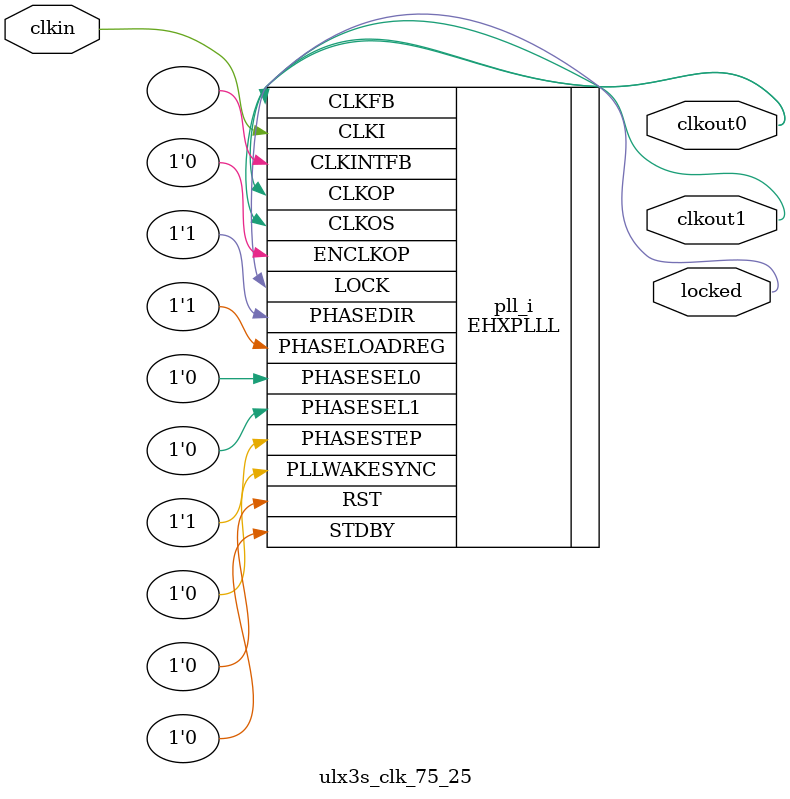
<source format=v>
module ulx3s_clk_75_25
(
    input clkin, // 25 MHz, 0 deg
    output clkout0, // 75 MHz, 0 deg
    output clkout1, // 25 MHz, 0 deg
    output locked
);
(* FREQUENCY_PIN_CLKI="25" *)
(* FREQUENCY_PIN_CLKOP="75" *)
(* FREQUENCY_PIN_CLKOS="25" *)
(* ICP_CURRENT="12" *) (* LPF_RESISTOR="8" *) (* MFG_ENABLE_FILTEROPAMP="1" *) (* MFG_GMCREF_SEL="2" *)
EHXPLLL #(
        .PLLRST_ENA("DISABLED"),
        .INTFB_WAKE("DISABLED"),
        .STDBY_ENABLE("DISABLED"),
        .DPHASE_SOURCE("DISABLED"),
        .OUTDIVIDER_MUXA("DIVA"),
        .OUTDIVIDER_MUXB("DIVB"),
        .OUTDIVIDER_MUXC("DIVC"),
        .OUTDIVIDER_MUXD("DIVD"),
        .CLKI_DIV(1),
        .CLKOP_ENABLE("ENABLED"),
        .CLKOP_DIV(8),
        .CLKOP_CPHASE(4),
        .CLKOP_FPHASE(0),
        .CLKOS_ENABLE("ENABLED"),
        .CLKOS_DIV(24),
        .CLKOS_CPHASE(4),
        .CLKOS_FPHASE(0),
        .FEEDBK_PATH("CLKOP"),
        .CLKFB_DIV(3)
    ) pll_i (
        .RST(1'b0),
        .STDBY(1'b0),
        .CLKI(clkin),
        .CLKOP(clkout0),
        .CLKOS(clkout1),
        .CLKFB(clkout0),
        .CLKINTFB(),
        .PHASESEL0(1'b0),
        .PHASESEL1(1'b0),
        .PHASEDIR(1'b1),
        .PHASESTEP(1'b1),
        .PHASELOADREG(1'b1),
        .PLLWAKESYNC(1'b0),
        .ENCLKOP(1'b0),
        .LOCK(locked)
	);
endmodule

</source>
